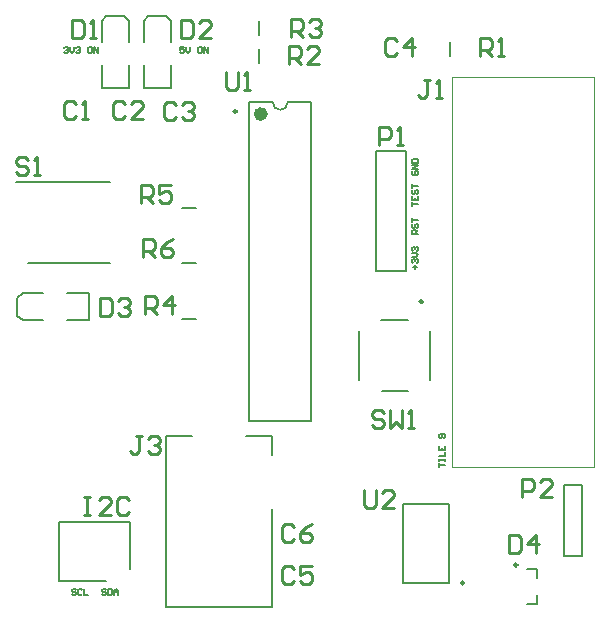
<source format=gto>
G04*
G04 #@! TF.GenerationSoftware,Altium Limited,Altium Designer,19.1.7 (138)*
G04*
G04 Layer_Color=65535*
%FSLAX25Y25*%
%MOIN*%
G70*
G01*
G75*
%ADD10C,0.00984*%
%ADD11C,0.00787*%
%ADD12C,0.02362*%
%ADD13C,0.00394*%
%ADD14C,0.00500*%
%ADD15C,0.01000*%
D10*
X151795Y8937D02*
G03*
X151795Y8937I-492J0D01*
G01*
X169563Y14872D02*
G03*
X169563Y14872I-492J0D01*
G01*
X137992Y102638D02*
G03*
X137992Y102638I-492J0D01*
G01*
X75986Y166095D02*
G03*
X75986Y166095I-492J0D01*
G01*
D11*
X87993Y169126D02*
G03*
X92993Y169126I2500J0D01*
G01*
X87717Y51673D02*
Y57972D01*
Y886D02*
Y33563D01*
X79055Y57972D02*
X87717D01*
X52284D02*
X60945D01*
X52284Y886D02*
X87717D01*
X52284D02*
Y57972D01*
X146677Y8740D02*
Y35118D01*
X131323Y8740D02*
Y35118D01*
Y8740D02*
X146677D01*
X131323Y35118D02*
X146677D01*
X172713Y13691D02*
X176256D01*
Y10541D02*
Y13691D01*
X172713Y1880D02*
X176256D01*
Y5029D01*
X16752Y9492D02*
X32500D01*
X16752D02*
Y29177D01*
X40374D01*
Y13429D02*
Y29177D01*
X83500Y182067D02*
Y186791D01*
Y191567D02*
Y196291D01*
X57638Y96929D02*
X62362D01*
X147000Y184567D02*
Y189291D01*
X6319Y115445D02*
X33681D01*
X2323Y142413D02*
X33681D01*
X122500Y112929D02*
X132500D01*
X122500D02*
Y152929D01*
X132500Y112929D02*
Y152929D01*
X122500D02*
X132500D01*
X116850Y76457D02*
Y93008D01*
X140433Y76457D02*
Y93008D01*
X124311Y72933D02*
X133087D01*
X124197Y96516D02*
X133087D01*
X40028Y174012D02*
Y181492D01*
X30972Y174012D02*
Y181492D01*
Y174012D02*
X40028D01*
X32547Y198028D02*
X38453D01*
X40028Y189366D02*
Y196059D01*
X30972D02*
X32547Y198028D01*
X38453D02*
X40028Y196059D01*
X30972Y189366D02*
Y196059D01*
X54028Y174012D02*
Y181492D01*
X44973Y174012D02*
Y181492D01*
Y174012D02*
X54028D01*
X46547Y198028D02*
X52453D01*
X54028Y189366D02*
Y196059D01*
X44973D02*
X46547Y198028D01*
X52453D02*
X54028Y196059D01*
X44973Y189366D02*
Y196059D01*
X191000Y17842D02*
Y41464D01*
X185100Y17842D02*
Y41464D01*
X191000D01*
X185100Y17842D02*
X191000D01*
X80060Y62827D02*
Y169126D01*
X100926Y62827D02*
Y169126D01*
X80060D02*
X87993D01*
X92993D02*
X100926D01*
X80060Y62827D02*
X100926D01*
X57819Y115633D02*
X62543D01*
X57638Y133929D02*
X62362D01*
X19437Y105457D02*
X26917D01*
X19437Y96402D02*
X26917D01*
Y105457D01*
X2902Y97976D02*
Y103882D01*
X4870Y105457D02*
X11563D01*
X2902Y97976D02*
X4870Y96402D01*
X2902Y103882D02*
X4870Y105457D01*
X4870Y96402D02*
X11563D01*
D12*
X85179Y165189D02*
G03*
X85179Y165189I-1181J0D01*
G01*
D13*
X147811Y177504D02*
X195055D01*
X147811Y47583D02*
Y177504D01*
Y47583D02*
X195055D01*
Y177504D01*
D14*
X143501Y47500D02*
Y48833D01*
Y48166D01*
X145500D01*
X143501Y49499D02*
Y50166D01*
Y49833D01*
X145500D01*
Y49499D01*
Y50166D01*
X143501Y51165D02*
X145500D01*
Y52498D01*
X143501Y54498D02*
Y53165D01*
X145500D01*
Y54498D01*
X144500Y53165D02*
Y53831D01*
X145167Y57164D02*
X145500Y57497D01*
Y58163D01*
X145167Y58496D01*
X143834D01*
X143501Y58163D01*
Y57497D01*
X143834Y57164D01*
X144167D01*
X144500Y57497D01*
Y58496D01*
X18500Y187166D02*
X18833Y187499D01*
X19500D01*
X19833Y187166D01*
Y186833D01*
X19500Y186500D01*
X19166D01*
X19500D01*
X19833Y186167D01*
Y185833D01*
X19500Y185500D01*
X18833D01*
X18500Y185833D01*
X20499Y187499D02*
Y186167D01*
X21166Y185500D01*
X21832Y186167D01*
Y187499D01*
X22499Y187166D02*
X22832Y187499D01*
X23498D01*
X23832Y187166D01*
Y186833D01*
X23498Y186500D01*
X23165D01*
X23498D01*
X23832Y186167D01*
Y185833D01*
X23498Y185500D01*
X22832D01*
X22499Y185833D01*
X27497Y187499D02*
X26831D01*
X26497Y187166D01*
Y185833D01*
X26831Y185500D01*
X27497D01*
X27830Y185833D01*
Y187166D01*
X27497Y187499D01*
X28497Y185500D02*
Y187499D01*
X29830Y185500D01*
Y187499D01*
X58333D02*
X57000D01*
Y186500D01*
X57666Y186833D01*
X58000D01*
X58333Y186500D01*
Y185833D01*
X58000Y185500D01*
X57333D01*
X57000Y185833D01*
X58999Y187499D02*
Y186167D01*
X59666Y185500D01*
X60332Y186167D01*
Y187499D01*
X63998D02*
X63331D01*
X62998Y187166D01*
Y185833D01*
X63331Y185500D01*
X63998D01*
X64331Y185833D01*
Y187166D01*
X63998Y187499D01*
X64997Y185500D02*
Y187499D01*
X66330Y185500D01*
Y187499D01*
X134734Y146133D02*
X134401Y145800D01*
Y145133D01*
X134734Y144800D01*
X136067D01*
X136400Y145133D01*
Y145800D01*
X136067Y146133D01*
X135400D01*
Y145466D01*
X136400Y146799D02*
X134401D01*
X136400Y148132D01*
X134401D01*
Y148799D02*
X136400D01*
Y149798D01*
X136067Y150132D01*
X134734D01*
X134401Y149798D01*
Y148799D01*
Y134400D02*
Y135733D01*
Y135066D01*
X136400D01*
X134401Y137732D02*
Y136399D01*
X136400D01*
Y137732D01*
X135400Y136399D02*
Y137066D01*
X134734Y139732D02*
X134401Y139398D01*
Y138732D01*
X134734Y138399D01*
X135067D01*
X135400Y138732D01*
Y139398D01*
X135733Y139732D01*
X136067D01*
X136400Y139398D01*
Y138732D01*
X136067Y138399D01*
X134401Y140398D02*
Y141731D01*
Y141065D01*
X136400D01*
X136500Y125100D02*
X134501D01*
Y126100D01*
X134834Y126433D01*
X135500D01*
X135834Y126100D01*
Y125100D01*
Y125767D02*
X136500Y126433D01*
X134834Y128432D02*
X134501Y128099D01*
Y127433D01*
X134834Y127099D01*
X135167D01*
X135500Y127433D01*
Y128099D01*
X135834Y128432D01*
X136167D01*
X136500Y128099D01*
Y127433D01*
X136167Y127099D01*
X134501Y129099D02*
Y130432D01*
Y129765D01*
X136500D01*
X135500Y113500D02*
Y114833D01*
X134834Y114166D02*
X136167D01*
X134834Y115499D02*
X134501Y115833D01*
Y116499D01*
X134834Y116832D01*
X135167D01*
X135500Y116499D01*
Y116166D01*
Y116499D01*
X135834Y116832D01*
X136167D01*
X136500Y116499D01*
Y115833D01*
X136167Y115499D01*
X134501Y117499D02*
X135834D01*
X136500Y118165D01*
X135834Y118832D01*
X134501D01*
X134834Y119498D02*
X134501Y119831D01*
Y120498D01*
X134834Y120831D01*
X135167D01*
X135500Y120498D01*
Y120165D01*
Y120498D01*
X135834Y120831D01*
X136167D01*
X136500Y120498D01*
Y119831D01*
X136167Y119498D01*
X32333Y6666D02*
X32000Y6999D01*
X31333D01*
X31000Y6666D01*
Y6333D01*
X31333Y6000D01*
X32000D01*
X32333Y5666D01*
Y5333D01*
X32000Y5000D01*
X31333D01*
X31000Y5333D01*
X32999Y6999D02*
Y5000D01*
X33999D01*
X34332Y5333D01*
Y6666D01*
X33999Y6999D01*
X32999D01*
X34999Y5000D02*
Y6333D01*
X35665Y6999D01*
X36332Y6333D01*
Y5000D01*
Y6000D01*
X34999D01*
X22333Y6666D02*
X22000Y6999D01*
X21333D01*
X21000Y6666D01*
Y6333D01*
X21333Y6000D01*
X22000D01*
X22333Y5666D01*
Y5333D01*
X22000Y5000D01*
X21333D01*
X21000Y5333D01*
X24332Y6666D02*
X23999Y6999D01*
X23333D01*
X22999Y6666D01*
Y5333D01*
X23333Y5000D01*
X23999D01*
X24332Y5333D01*
X24999Y6999D02*
Y5000D01*
X26332D01*
D15*
X166650Y24834D02*
Y18835D01*
X169649D01*
X170649Y19835D01*
Y23834D01*
X169649Y24834D01*
X166650D01*
X175647Y18835D02*
Y24834D01*
X172648Y21834D01*
X176647D01*
X140499Y176498D02*
X138499D01*
X139499D01*
Y171500D01*
X138499Y170500D01*
X137500D01*
X136500Y171500D01*
X142498Y170500D02*
X144497D01*
X143498D01*
Y176498D01*
X142498Y175498D01*
X44499Y57927D02*
X42499D01*
X43499D01*
Y52929D01*
X42499Y51929D01*
X41500D01*
X40500Y52929D01*
X46498Y56928D02*
X47498Y57927D01*
X49497D01*
X50497Y56928D01*
Y55928D01*
X49497Y54928D01*
X48497D01*
X49497D01*
X50497Y53929D01*
Y52929D01*
X49497Y51929D01*
X47498D01*
X46498Y52929D01*
X118500Y39927D02*
Y34929D01*
X119500Y33929D01*
X121499D01*
X122499Y34929D01*
Y39927D01*
X128497Y33929D02*
X124498D01*
X128497Y37928D01*
Y38928D01*
X127497Y39927D01*
X125498D01*
X124498Y38928D01*
X72343Y179225D02*
Y174226D01*
X73343Y173226D01*
X75343D01*
X76342Y174226D01*
Y179225D01*
X78342Y173226D02*
X80341D01*
X79341D01*
Y179225D01*
X78342Y178225D01*
X124999Y65428D02*
X123999Y66427D01*
X122000D01*
X121000Y65428D01*
Y64428D01*
X122000Y63428D01*
X123999D01*
X124999Y62428D01*
Y61429D01*
X123999Y60429D01*
X122000D01*
X121000Y61429D01*
X126998Y66427D02*
Y60429D01*
X128997Y62428D01*
X130997Y60429D01*
Y66427D01*
X132996Y60429D02*
X134995D01*
X133996D01*
Y66427D01*
X132996Y65428D01*
X6499Y149927D02*
X5499Y150927D01*
X3500D01*
X2500Y149927D01*
Y148928D01*
X3500Y147928D01*
X5499D01*
X6499Y146929D01*
Y145929D01*
X5499Y144929D01*
X3500D01*
X2500Y145929D01*
X8498Y144929D02*
X10497D01*
X9498D01*
Y150927D01*
X8498Y149927D01*
X44681Y117633D02*
Y123631D01*
X47680D01*
X48680Y122631D01*
Y120632D01*
X47680Y119632D01*
X44681D01*
X46680D02*
X48680Y117633D01*
X54678Y123631D02*
X52678Y122631D01*
X50679Y120632D01*
Y118632D01*
X51679Y117633D01*
X53678D01*
X54678Y118632D01*
Y119632D01*
X53678Y120632D01*
X50679D01*
X44000Y135429D02*
Y141427D01*
X46999D01*
X47999Y140427D01*
Y138428D01*
X46999Y137428D01*
X44000D01*
X45999D02*
X47999Y135429D01*
X53997Y141427D02*
X49998D01*
Y138428D01*
X51997Y139428D01*
X52997D01*
X53997Y138428D01*
Y136429D01*
X52997Y135429D01*
X50998D01*
X49998Y136429D01*
X45500Y98429D02*
Y104427D01*
X48499D01*
X49499Y103428D01*
Y101428D01*
X48499Y100428D01*
X45500D01*
X47499D02*
X49499Y98429D01*
X54497D02*
Y104427D01*
X51498Y101428D01*
X55497D01*
X94000Y190929D02*
Y196927D01*
X96999D01*
X97999Y195928D01*
Y193928D01*
X96999Y192929D01*
X94000D01*
X95999D02*
X97999Y190929D01*
X99998Y195928D02*
X100998Y196927D01*
X102997D01*
X103997Y195928D01*
Y194928D01*
X102997Y193928D01*
X101997D01*
X102997D01*
X103997Y192929D01*
Y191929D01*
X102997Y190929D01*
X100998D01*
X99998Y191929D01*
X93500Y181929D02*
Y187927D01*
X96499D01*
X97499Y186927D01*
Y184928D01*
X96499Y183929D01*
X93500D01*
X95499D02*
X97499Y181929D01*
X103497D02*
X99498D01*
X103497Y185928D01*
Y186927D01*
X102497Y187927D01*
X100498D01*
X99498Y186927D01*
X157000Y184429D02*
Y190427D01*
X159999D01*
X160999Y189427D01*
Y187428D01*
X159999Y186428D01*
X157000D01*
X158999D02*
X160999Y184429D01*
X162998D02*
X164997D01*
X163998D01*
Y190427D01*
X162998Y189427D01*
X171000Y37429D02*
Y43427D01*
X173999D01*
X174999Y42428D01*
Y40428D01*
X173999Y39428D01*
X171000D01*
X180997Y37429D02*
X176998D01*
X180997Y41428D01*
Y42428D01*
X179997Y43427D01*
X177998D01*
X176998Y42428D01*
X123500Y155000D02*
Y160998D01*
X126499D01*
X127499Y159998D01*
Y157999D01*
X126499Y156999D01*
X123500D01*
X129498Y155000D02*
X131497D01*
X130498D01*
Y160998D01*
X129498Y159998D01*
X25000Y37498D02*
X26999D01*
X26000D01*
Y31500D01*
X25000D01*
X26999D01*
X33997D02*
X29998D01*
X33997Y35499D01*
Y36498D01*
X32997Y37498D01*
X30998D01*
X29998Y36498D01*
X39995D02*
X38996Y37498D01*
X36996D01*
X35996Y36498D01*
Y32500D01*
X36996Y31500D01*
X38996D01*
X39995Y32500D01*
X30500Y103927D02*
Y97929D01*
X33499D01*
X34499Y98929D01*
Y102927D01*
X33499Y103927D01*
X30500D01*
X36498Y102927D02*
X37498Y103927D01*
X39497D01*
X40497Y102927D01*
Y101928D01*
X39497Y100928D01*
X38497D01*
X39497D01*
X40497Y99928D01*
Y98929D01*
X39497Y97929D01*
X37498D01*
X36498Y98929D01*
X57500Y196537D02*
Y190539D01*
X60499D01*
X61499Y191539D01*
Y195538D01*
X60499Y196537D01*
X57500D01*
X67497Y190539D02*
X63498D01*
X67497Y194538D01*
Y195538D01*
X66497Y196537D01*
X64498D01*
X63498Y195538D01*
X21000Y196537D02*
Y190539D01*
X23999D01*
X24999Y191539D01*
Y195538D01*
X23999Y196537D01*
X21000D01*
X26998Y190539D02*
X28997D01*
X27998D01*
Y196537D01*
X26998Y195538D01*
X94999Y27428D02*
X93999Y28427D01*
X92000D01*
X91000Y27428D01*
Y23429D01*
X92000Y22429D01*
X93999D01*
X94999Y23429D01*
X100997Y28427D02*
X98997Y27428D01*
X96998Y25428D01*
Y23429D01*
X97998Y22429D01*
X99997D01*
X100997Y23429D01*
Y24429D01*
X99997Y25428D01*
X96998D01*
X94999Y13428D02*
X93999Y14427D01*
X92000D01*
X91000Y13428D01*
Y9429D01*
X92000Y8429D01*
X93999D01*
X94999Y9429D01*
X100997Y14427D02*
X96998D01*
Y11428D01*
X98997Y12428D01*
X99997D01*
X100997Y11428D01*
Y9429D01*
X99997Y8429D01*
X97998D01*
X96998Y9429D01*
X129499Y189427D02*
X128499Y190427D01*
X126500D01*
X125500Y189427D01*
Y185429D01*
X126500Y184429D01*
X128499D01*
X129499Y185429D01*
X134497Y184429D02*
Y190427D01*
X131498Y187428D01*
X135497D01*
X55646Y168128D02*
X54646Y169127D01*
X52647D01*
X51647Y168128D01*
Y164129D01*
X52647Y163129D01*
X54646D01*
X55646Y164129D01*
X57645Y168128D02*
X58645Y169127D01*
X60644D01*
X61644Y168128D01*
Y167128D01*
X60644Y166128D01*
X59645D01*
X60644D01*
X61644Y165129D01*
Y164129D01*
X60644Y163129D01*
X58645D01*
X57645Y164129D01*
X38780Y168447D02*
X37780Y169446D01*
X35781D01*
X34781Y168447D01*
Y164448D01*
X35781Y163448D01*
X37780D01*
X38780Y164448D01*
X44778Y163448D02*
X40779D01*
X44778Y167447D01*
Y168447D01*
X43778Y169446D01*
X41779D01*
X40779Y168447D01*
X22280D02*
X21280Y169446D01*
X19281D01*
X18281Y168447D01*
Y164448D01*
X19281Y163448D01*
X21280D01*
X22280Y164448D01*
X24279Y163448D02*
X26278D01*
X25279D01*
Y169446D01*
X24279Y168447D01*
M02*

</source>
